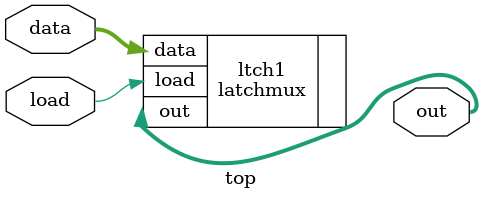
<source format=v>
module top (input wire [3:0]data,
				input wire load,
				output wire [3:0]out
					);
					
latchmux ltch1(.load(load),
				  .data(data),
				  .out(out)
				  );
endmodule 

</source>
